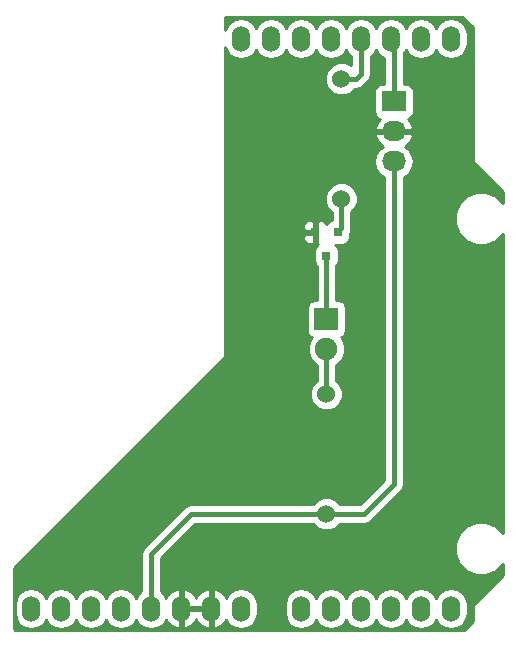
<source format=gtl>
G04 #@! TF.FileFunction,Copper,L1,Top,Signal*
%FSLAX46Y46*%
G04 Gerber Fmt 4.6, Leading zero omitted, Abs format (unit mm)*
G04 Created by KiCad (PCBNEW 4.0.2-stable) date 2016/6/2 上午 01:45:21*
%MOMM*%
G01*
G04 APERTURE LIST*
%ADD10C,0.100000*%
%ADD11O,1.524000X2.199640*%
%ADD12O,1.524000X2.197100*%
%ADD13R,2.000000X1.900000*%
%ADD14C,1.900000*%
%ADD15R,0.800100X0.800100*%
%ADD16C,1.524000*%
%ADD17R,2.032000X1.727200*%
%ADD18O,2.032000X1.727200*%
%ADD19C,0.400000*%
%ADD20C,0.254000*%
G04 APERTURE END LIST*
D10*
D11*
X194700501Y-143265501D03*
X197240501Y-143265501D03*
X199780501Y-143265501D03*
X202320501Y-143265501D03*
X204860501Y-143265501D03*
X207400501Y-143265501D03*
X209940501Y-143265501D03*
X212480501Y-143265501D03*
X217560501Y-143265501D03*
X220100501Y-143265501D03*
X222640501Y-143265501D03*
X225180501Y-143265501D03*
X227720501Y-143265501D03*
X230260501Y-143265501D03*
D12*
X230260501Y-95005501D03*
X227720501Y-95005501D03*
X225180501Y-95005501D03*
X222640501Y-95005501D03*
X220100501Y-95005501D03*
X217560501Y-95005501D03*
X215020501Y-95005501D03*
X212480501Y-95005501D03*
D13*
X219710000Y-118745000D03*
D14*
X219710000Y-121285000D03*
D15*
X220660000Y-111394240D03*
X218760000Y-111394240D03*
X219710000Y-113393220D03*
D16*
X220980000Y-108585000D03*
X220980000Y-98425000D03*
X219710000Y-135255000D03*
X219710000Y-125095000D03*
D17*
X225425000Y-100330000D03*
D18*
X225425000Y-102870000D03*
X225425000Y-105410000D03*
D19*
X219710000Y-118745000D02*
X219710000Y-113393220D01*
X219710000Y-125095000D02*
X219710000Y-121285000D01*
X219710000Y-135255000D02*
X222885000Y-135255000D01*
X225425000Y-132715000D02*
X225425000Y-105410000D01*
X222885000Y-135255000D02*
X225425000Y-132715000D01*
X204860501Y-143265501D02*
X204860501Y-138674499D01*
X208280000Y-135255000D02*
X219710000Y-135255000D01*
X204860501Y-138674499D02*
X208280000Y-135255000D01*
X207400501Y-143265501D02*
X209940501Y-143265501D01*
X218760000Y-111394240D02*
X218760000Y-104455000D01*
X220345000Y-102870000D02*
X225425000Y-102870000D01*
X218760000Y-104455000D02*
X220345000Y-102870000D01*
X225425000Y-100330000D02*
X225425000Y-95250000D01*
X225425000Y-95250000D02*
X225180501Y-95005501D01*
X220980000Y-98425000D02*
X222250000Y-98425000D01*
X222640501Y-98034499D02*
X222640501Y-95005501D01*
X222250000Y-98425000D02*
X222640501Y-98034499D01*
X220980000Y-108585000D02*
X220980000Y-111074240D01*
X220980000Y-111074240D02*
X220660000Y-111394240D01*
D20*
G36*
X232081000Y-94020092D02*
X232081000Y-105156000D01*
X232135046Y-105427705D01*
X232288954Y-105658046D01*
X234621000Y-107990092D01*
X234621000Y-108907166D01*
X234067573Y-108352772D01*
X233246807Y-108011960D01*
X232358094Y-108011184D01*
X231536735Y-108350563D01*
X230907772Y-108978429D01*
X230566960Y-109799195D01*
X230566184Y-110687908D01*
X230905563Y-111509267D01*
X231533429Y-112138230D01*
X232354195Y-112479042D01*
X233242908Y-112479818D01*
X234064267Y-112140439D01*
X234621000Y-111584677D01*
X234621000Y-136847166D01*
X234067573Y-136292772D01*
X233246807Y-135951960D01*
X232358094Y-135951184D01*
X231536735Y-136290563D01*
X230907772Y-136918429D01*
X230566960Y-137739195D01*
X230566184Y-138627908D01*
X230905563Y-139449267D01*
X231533429Y-140078230D01*
X232354195Y-140419042D01*
X233242908Y-140419818D01*
X234064267Y-140080439D01*
X234621000Y-139524677D01*
X234621000Y-140421909D01*
X232288954Y-142753954D01*
X232135046Y-142984295D01*
X232081000Y-143256000D01*
X232081000Y-144358908D01*
X231353908Y-145086000D01*
X193334091Y-145086000D01*
X193242000Y-144993908D01*
X193242000Y-142893694D01*
X193303501Y-142893694D01*
X193303501Y-143637308D01*
X193409841Y-144171917D01*
X193712673Y-144625136D01*
X194165892Y-144927968D01*
X194700501Y-145034308D01*
X195235110Y-144927968D01*
X195688329Y-144625136D01*
X195970501Y-144202837D01*
X196252673Y-144625136D01*
X196705892Y-144927968D01*
X197240501Y-145034308D01*
X197775110Y-144927968D01*
X198228329Y-144625136D01*
X198510501Y-144202837D01*
X198792673Y-144625136D01*
X199245892Y-144927968D01*
X199780501Y-145034308D01*
X200315110Y-144927968D01*
X200768329Y-144625136D01*
X201050501Y-144202837D01*
X201332673Y-144625136D01*
X201785892Y-144927968D01*
X202320501Y-145034308D01*
X202855110Y-144927968D01*
X203308329Y-144625136D01*
X203590501Y-144202837D01*
X203872673Y-144625136D01*
X204325892Y-144927968D01*
X204860501Y-145034308D01*
X205395110Y-144927968D01*
X205848329Y-144625136D01*
X206139148Y-144189895D01*
X206158442Y-144255262D01*
X206502475Y-144680951D01*
X206983224Y-144942581D01*
X207057431Y-144957541D01*
X207273501Y-144835041D01*
X207273501Y-143392501D01*
X207527501Y-143392501D01*
X207527501Y-144835041D01*
X207743571Y-144957541D01*
X207817778Y-144942581D01*
X208298527Y-144680951D01*
X208642560Y-144255262D01*
X208670501Y-144160598D01*
X208698442Y-144255262D01*
X209042475Y-144680951D01*
X209523224Y-144942581D01*
X209597431Y-144957541D01*
X209813501Y-144835041D01*
X209813501Y-143392501D01*
X207527501Y-143392501D01*
X207273501Y-143392501D01*
X207253501Y-143392501D01*
X207253501Y-143138501D01*
X207273501Y-143138501D01*
X207273501Y-141695961D01*
X207527501Y-141695961D01*
X207527501Y-143138501D01*
X209813501Y-143138501D01*
X209813501Y-141695961D01*
X210067501Y-141695961D01*
X210067501Y-143138501D01*
X210087501Y-143138501D01*
X210087501Y-143392501D01*
X210067501Y-143392501D01*
X210067501Y-144835041D01*
X210283571Y-144957541D01*
X210357778Y-144942581D01*
X210838527Y-144680951D01*
X211182560Y-144255262D01*
X211201854Y-144189895D01*
X211492673Y-144625136D01*
X211945892Y-144927968D01*
X212480501Y-145034308D01*
X213015110Y-144927968D01*
X213468329Y-144625136D01*
X213771161Y-144171917D01*
X213877501Y-143637308D01*
X213877501Y-142893694D01*
X216163501Y-142893694D01*
X216163501Y-143637308D01*
X216269841Y-144171917D01*
X216572673Y-144625136D01*
X217025892Y-144927968D01*
X217560501Y-145034308D01*
X218095110Y-144927968D01*
X218548329Y-144625136D01*
X218830501Y-144202837D01*
X219112673Y-144625136D01*
X219565892Y-144927968D01*
X220100501Y-145034308D01*
X220635110Y-144927968D01*
X221088329Y-144625136D01*
X221370501Y-144202837D01*
X221652673Y-144625136D01*
X222105892Y-144927968D01*
X222640501Y-145034308D01*
X223175110Y-144927968D01*
X223628329Y-144625136D01*
X223910501Y-144202837D01*
X224192673Y-144625136D01*
X224645892Y-144927968D01*
X225180501Y-145034308D01*
X225715110Y-144927968D01*
X226168329Y-144625136D01*
X226450501Y-144202837D01*
X226732673Y-144625136D01*
X227185892Y-144927968D01*
X227720501Y-145034308D01*
X228255110Y-144927968D01*
X228708329Y-144625136D01*
X228990501Y-144202837D01*
X229272673Y-144625136D01*
X229725892Y-144927968D01*
X230260501Y-145034308D01*
X230795110Y-144927968D01*
X231248329Y-144625136D01*
X231551161Y-144171917D01*
X231657501Y-143637308D01*
X231657501Y-142893694D01*
X231551161Y-142359085D01*
X231248329Y-141905866D01*
X230795110Y-141603034D01*
X230260501Y-141496694D01*
X229725892Y-141603034D01*
X229272673Y-141905866D01*
X228990501Y-142328165D01*
X228708329Y-141905866D01*
X228255110Y-141603034D01*
X227720501Y-141496694D01*
X227185892Y-141603034D01*
X226732673Y-141905866D01*
X226450501Y-142328165D01*
X226168329Y-141905866D01*
X225715110Y-141603034D01*
X225180501Y-141496694D01*
X224645892Y-141603034D01*
X224192673Y-141905866D01*
X223910501Y-142328165D01*
X223628329Y-141905866D01*
X223175110Y-141603034D01*
X222640501Y-141496694D01*
X222105892Y-141603034D01*
X221652673Y-141905866D01*
X221370501Y-142328165D01*
X221088329Y-141905866D01*
X220635110Y-141603034D01*
X220100501Y-141496694D01*
X219565892Y-141603034D01*
X219112673Y-141905866D01*
X218830501Y-142328165D01*
X218548329Y-141905866D01*
X218095110Y-141603034D01*
X217560501Y-141496694D01*
X217025892Y-141603034D01*
X216572673Y-141905866D01*
X216269841Y-142359085D01*
X216163501Y-142893694D01*
X213877501Y-142893694D01*
X213771161Y-142359085D01*
X213468329Y-141905866D01*
X213015110Y-141603034D01*
X212480501Y-141496694D01*
X211945892Y-141603034D01*
X211492673Y-141905866D01*
X211201854Y-142341107D01*
X211182560Y-142275740D01*
X210838527Y-141850051D01*
X210357778Y-141588421D01*
X210283571Y-141573461D01*
X210067501Y-141695961D01*
X209813501Y-141695961D01*
X209597431Y-141573461D01*
X209523224Y-141588421D01*
X209042475Y-141850051D01*
X208698442Y-142275740D01*
X208670501Y-142370404D01*
X208642560Y-142275740D01*
X208298527Y-141850051D01*
X207817778Y-141588421D01*
X207743571Y-141573461D01*
X207527501Y-141695961D01*
X207273501Y-141695961D01*
X207057431Y-141573461D01*
X206983224Y-141588421D01*
X206502475Y-141850051D01*
X206158442Y-142275740D01*
X206139148Y-142341107D01*
X205848329Y-141905866D01*
X205695501Y-141803749D01*
X205695501Y-139020367D01*
X208625868Y-136090000D01*
X218569609Y-136090000D01*
X218917630Y-136438629D01*
X219430900Y-136651757D01*
X219986661Y-136652242D01*
X220500303Y-136440010D01*
X220850925Y-136090000D01*
X222885000Y-136090000D01*
X223204541Y-136026439D01*
X223475434Y-135845434D01*
X226015434Y-133305434D01*
X226196439Y-133034541D01*
X226260000Y-132715000D01*
X226260000Y-106743233D01*
X226669415Y-106469670D01*
X226994271Y-105983489D01*
X227108345Y-105410000D01*
X226994271Y-104836511D01*
X226669415Y-104350330D01*
X226359931Y-104143539D01*
X226775732Y-103772036D01*
X227029709Y-103244791D01*
X227032358Y-103229026D01*
X226911217Y-102997000D01*
X225552000Y-102997000D01*
X225552000Y-103017000D01*
X225298000Y-103017000D01*
X225298000Y-102997000D01*
X223938783Y-102997000D01*
X223817642Y-103229026D01*
X223820291Y-103244791D01*
X224074268Y-103772036D01*
X224490069Y-104143539D01*
X224180585Y-104350330D01*
X223855729Y-104836511D01*
X223741655Y-105410000D01*
X223855729Y-105983489D01*
X224180585Y-106469670D01*
X224590000Y-106743233D01*
X224590000Y-132369132D01*
X222539132Y-134420000D01*
X220850391Y-134420000D01*
X220502370Y-134071371D01*
X219989100Y-133858243D01*
X219433339Y-133857758D01*
X218919697Y-134069990D01*
X218569075Y-134420000D01*
X208280000Y-134420000D01*
X207960459Y-134483561D01*
X207689566Y-134664566D01*
X204270067Y-138084065D01*
X204089062Y-138354958D01*
X204025501Y-138674499D01*
X204025501Y-141803749D01*
X203872673Y-141905866D01*
X203590501Y-142328165D01*
X203308329Y-141905866D01*
X202855110Y-141603034D01*
X202320501Y-141496694D01*
X201785892Y-141603034D01*
X201332673Y-141905866D01*
X201050501Y-142328165D01*
X200768329Y-141905866D01*
X200315110Y-141603034D01*
X199780501Y-141496694D01*
X199245892Y-141603034D01*
X198792673Y-141905866D01*
X198510501Y-142328165D01*
X198228329Y-141905866D01*
X197775110Y-141603034D01*
X197240501Y-141496694D01*
X196705892Y-141603034D01*
X196252673Y-141905866D01*
X195970501Y-142328165D01*
X195688329Y-141905866D01*
X195235110Y-141603034D01*
X194700501Y-141496694D01*
X194165892Y-141603034D01*
X193712673Y-141905866D01*
X193409841Y-142359085D01*
X193303501Y-142893694D01*
X193242000Y-142893694D01*
X193242000Y-139867092D01*
X210941046Y-122168046D01*
X211094954Y-121937705D01*
X211149001Y-121666000D01*
X211149000Y-121665995D01*
X211149000Y-117795000D01*
X218062560Y-117795000D01*
X218062560Y-119695000D01*
X218106838Y-119930317D01*
X218245910Y-120146441D01*
X218458110Y-120291431D01*
X218461192Y-120292055D01*
X218367086Y-120385997D01*
X218125276Y-120968341D01*
X218124725Y-121598893D01*
X218365519Y-122181657D01*
X218810997Y-122627914D01*
X218875000Y-122654490D01*
X218875000Y-123954609D01*
X218526371Y-124302630D01*
X218313243Y-124815900D01*
X218312758Y-125371661D01*
X218524990Y-125885303D01*
X218917630Y-126278629D01*
X219430900Y-126491757D01*
X219986661Y-126492242D01*
X220500303Y-126280010D01*
X220893629Y-125887370D01*
X221106757Y-125374100D01*
X221107242Y-124818339D01*
X220895010Y-124304697D01*
X220545000Y-123954075D01*
X220545000Y-122654957D01*
X220606657Y-122629481D01*
X221052914Y-122184003D01*
X221294724Y-121601659D01*
X221295275Y-120971107D01*
X221054481Y-120388343D01*
X220956971Y-120290663D01*
X221161441Y-120159090D01*
X221306431Y-119946890D01*
X221357440Y-119695000D01*
X221357440Y-117795000D01*
X221313162Y-117559683D01*
X221174090Y-117343559D01*
X220961890Y-117198569D01*
X220710000Y-117147560D01*
X220545000Y-117147560D01*
X220545000Y-114267972D01*
X220561491Y-114257360D01*
X220706481Y-114045160D01*
X220757490Y-113793270D01*
X220757490Y-112993170D01*
X220713212Y-112757853D01*
X220574140Y-112541729D01*
X220427787Y-112441730D01*
X221060050Y-112441730D01*
X221295367Y-112397452D01*
X221511491Y-112258380D01*
X221656481Y-112046180D01*
X221707490Y-111794290D01*
X221707490Y-111459555D01*
X221751439Y-111393781D01*
X221815000Y-111074240D01*
X221815000Y-109725391D01*
X222163629Y-109377370D01*
X222376757Y-108864100D01*
X222377242Y-108308339D01*
X222165010Y-107794697D01*
X221772370Y-107401371D01*
X221259100Y-107188243D01*
X220703339Y-107187758D01*
X220189697Y-107399990D01*
X219796371Y-107792630D01*
X219583243Y-108305900D01*
X219582758Y-108861661D01*
X219794990Y-109375303D01*
X220145000Y-109725925D01*
X220145000Y-110368379D01*
X220024633Y-110391028D01*
X219808509Y-110530100D01*
X219713023Y-110669849D01*
X219698377Y-110634491D01*
X219519748Y-110455863D01*
X219286359Y-110359190D01*
X219045750Y-110359190D01*
X218887000Y-110517940D01*
X218887000Y-111267240D01*
X218907000Y-111267240D01*
X218907000Y-111521240D01*
X218887000Y-111521240D01*
X218887000Y-112270540D01*
X219033157Y-112416697D01*
X218858509Y-112529080D01*
X218713519Y-112741280D01*
X218662510Y-112993170D01*
X218662510Y-113793270D01*
X218706788Y-114028587D01*
X218845860Y-114244711D01*
X218875000Y-114264622D01*
X218875000Y-117147560D01*
X218710000Y-117147560D01*
X218474683Y-117191838D01*
X218258559Y-117330910D01*
X218113569Y-117543110D01*
X218062560Y-117795000D01*
X211149000Y-117795000D01*
X211149000Y-111679990D01*
X217724950Y-111679990D01*
X217724950Y-111920600D01*
X217821623Y-112153989D01*
X218000252Y-112332617D01*
X218233641Y-112429290D01*
X218474250Y-112429290D01*
X218633000Y-112270540D01*
X218633000Y-111521240D01*
X217883700Y-111521240D01*
X217724950Y-111679990D01*
X211149000Y-111679990D01*
X211149000Y-110867880D01*
X217724950Y-110867880D01*
X217724950Y-111108490D01*
X217883700Y-111267240D01*
X218633000Y-111267240D01*
X218633000Y-110517940D01*
X218474250Y-110359190D01*
X218233641Y-110359190D01*
X218000252Y-110455863D01*
X217821623Y-110634491D01*
X217724950Y-110867880D01*
X211149000Y-110867880D01*
X211149000Y-95705300D01*
X211189841Y-95910622D01*
X211492673Y-96363841D01*
X211945892Y-96666673D01*
X212480501Y-96773013D01*
X213015110Y-96666673D01*
X213468329Y-96363841D01*
X213750501Y-95941542D01*
X214032673Y-96363841D01*
X214485892Y-96666673D01*
X215020501Y-96773013D01*
X215555110Y-96666673D01*
X216008329Y-96363841D01*
X216290501Y-95941542D01*
X216572673Y-96363841D01*
X217025892Y-96666673D01*
X217560501Y-96773013D01*
X218095110Y-96666673D01*
X218548329Y-96363841D01*
X218830501Y-95941542D01*
X219112673Y-96363841D01*
X219565892Y-96666673D01*
X220100501Y-96773013D01*
X220635110Y-96666673D01*
X221088329Y-96363841D01*
X221370501Y-95941542D01*
X221652673Y-96363841D01*
X221805501Y-96465958D01*
X221805501Y-97274560D01*
X221772370Y-97241371D01*
X221259100Y-97028243D01*
X220703339Y-97027758D01*
X220189697Y-97239990D01*
X219796371Y-97632630D01*
X219583243Y-98145900D01*
X219582758Y-98701661D01*
X219794990Y-99215303D01*
X220187630Y-99608629D01*
X220700900Y-99821757D01*
X221256661Y-99822242D01*
X221770303Y-99610010D01*
X222120925Y-99260000D01*
X222250000Y-99260000D01*
X222569541Y-99196439D01*
X222840434Y-99015434D01*
X223230935Y-98624933D01*
X223364526Y-98425000D01*
X223411940Y-98354040D01*
X223475501Y-98034499D01*
X223475501Y-96465958D01*
X223628329Y-96363841D01*
X223910501Y-95941542D01*
X224192673Y-96363841D01*
X224590000Y-96629327D01*
X224590000Y-98818960D01*
X224409000Y-98818960D01*
X224173683Y-98863238D01*
X223957559Y-99002310D01*
X223812569Y-99214510D01*
X223761560Y-99466400D01*
X223761560Y-101193600D01*
X223805838Y-101428917D01*
X223944910Y-101645041D01*
X224157110Y-101790031D01*
X224251927Y-101809232D01*
X224074268Y-101967964D01*
X223820291Y-102495209D01*
X223817642Y-102510974D01*
X223938783Y-102743000D01*
X225298000Y-102743000D01*
X225298000Y-102723000D01*
X225552000Y-102723000D01*
X225552000Y-102743000D01*
X226911217Y-102743000D01*
X227032358Y-102510974D01*
X227029709Y-102495209D01*
X226775732Y-101967964D01*
X226600155Y-101811093D01*
X226676317Y-101796762D01*
X226892441Y-101657690D01*
X227037431Y-101445490D01*
X227088440Y-101193600D01*
X227088440Y-99466400D01*
X227044162Y-99231083D01*
X226905090Y-99014959D01*
X226692890Y-98869969D01*
X226441000Y-98818960D01*
X226260000Y-98818960D01*
X226260000Y-96226646D01*
X226450501Y-95941542D01*
X226732673Y-96363841D01*
X227185892Y-96666673D01*
X227720501Y-96773013D01*
X228255110Y-96666673D01*
X228708329Y-96363841D01*
X228990501Y-95941542D01*
X229272673Y-96363841D01*
X229725892Y-96666673D01*
X230260501Y-96773013D01*
X230795110Y-96666673D01*
X231248329Y-96363841D01*
X231551161Y-95910622D01*
X231657501Y-95376013D01*
X231657501Y-94634989D01*
X231551161Y-94100380D01*
X231248329Y-93647161D01*
X230795110Y-93344329D01*
X230260501Y-93237989D01*
X229725892Y-93344329D01*
X229272673Y-93647161D01*
X228990501Y-94069460D01*
X228708329Y-93647161D01*
X228255110Y-93344329D01*
X227720501Y-93237989D01*
X227185892Y-93344329D01*
X226732673Y-93647161D01*
X226450501Y-94069460D01*
X226168329Y-93647161D01*
X225715110Y-93344329D01*
X225180501Y-93237989D01*
X224645892Y-93344329D01*
X224192673Y-93647161D01*
X223910501Y-94069460D01*
X223628329Y-93647161D01*
X223175110Y-93344329D01*
X222640501Y-93237989D01*
X222105892Y-93344329D01*
X221652673Y-93647161D01*
X221370501Y-94069460D01*
X221088329Y-93647161D01*
X220635110Y-93344329D01*
X220100501Y-93237989D01*
X219565892Y-93344329D01*
X219112673Y-93647161D01*
X218830501Y-94069460D01*
X218548329Y-93647161D01*
X218095110Y-93344329D01*
X217560501Y-93237989D01*
X217025892Y-93344329D01*
X216572673Y-93647161D01*
X216290501Y-94069460D01*
X216008329Y-93647161D01*
X215555110Y-93344329D01*
X215020501Y-93237989D01*
X214485892Y-93344329D01*
X214032673Y-93647161D01*
X213750501Y-94069460D01*
X213468329Y-93647161D01*
X213015110Y-93344329D01*
X212480501Y-93237989D01*
X211945892Y-93344329D01*
X211492673Y-93647161D01*
X211189841Y-94100380D01*
X211149000Y-94305702D01*
X211149000Y-93166000D01*
X231226908Y-93166000D01*
X232081000Y-94020092D01*
X232081000Y-94020092D01*
G37*
X232081000Y-94020092D02*
X232081000Y-105156000D01*
X232135046Y-105427705D01*
X232288954Y-105658046D01*
X234621000Y-107990092D01*
X234621000Y-108907166D01*
X234067573Y-108352772D01*
X233246807Y-108011960D01*
X232358094Y-108011184D01*
X231536735Y-108350563D01*
X230907772Y-108978429D01*
X230566960Y-109799195D01*
X230566184Y-110687908D01*
X230905563Y-111509267D01*
X231533429Y-112138230D01*
X232354195Y-112479042D01*
X233242908Y-112479818D01*
X234064267Y-112140439D01*
X234621000Y-111584677D01*
X234621000Y-136847166D01*
X234067573Y-136292772D01*
X233246807Y-135951960D01*
X232358094Y-135951184D01*
X231536735Y-136290563D01*
X230907772Y-136918429D01*
X230566960Y-137739195D01*
X230566184Y-138627908D01*
X230905563Y-139449267D01*
X231533429Y-140078230D01*
X232354195Y-140419042D01*
X233242908Y-140419818D01*
X234064267Y-140080439D01*
X234621000Y-139524677D01*
X234621000Y-140421909D01*
X232288954Y-142753954D01*
X232135046Y-142984295D01*
X232081000Y-143256000D01*
X232081000Y-144358908D01*
X231353908Y-145086000D01*
X193334091Y-145086000D01*
X193242000Y-144993908D01*
X193242000Y-142893694D01*
X193303501Y-142893694D01*
X193303501Y-143637308D01*
X193409841Y-144171917D01*
X193712673Y-144625136D01*
X194165892Y-144927968D01*
X194700501Y-145034308D01*
X195235110Y-144927968D01*
X195688329Y-144625136D01*
X195970501Y-144202837D01*
X196252673Y-144625136D01*
X196705892Y-144927968D01*
X197240501Y-145034308D01*
X197775110Y-144927968D01*
X198228329Y-144625136D01*
X198510501Y-144202837D01*
X198792673Y-144625136D01*
X199245892Y-144927968D01*
X199780501Y-145034308D01*
X200315110Y-144927968D01*
X200768329Y-144625136D01*
X201050501Y-144202837D01*
X201332673Y-144625136D01*
X201785892Y-144927968D01*
X202320501Y-145034308D01*
X202855110Y-144927968D01*
X203308329Y-144625136D01*
X203590501Y-144202837D01*
X203872673Y-144625136D01*
X204325892Y-144927968D01*
X204860501Y-145034308D01*
X205395110Y-144927968D01*
X205848329Y-144625136D01*
X206139148Y-144189895D01*
X206158442Y-144255262D01*
X206502475Y-144680951D01*
X206983224Y-144942581D01*
X207057431Y-144957541D01*
X207273501Y-144835041D01*
X207273501Y-143392501D01*
X207527501Y-143392501D01*
X207527501Y-144835041D01*
X207743571Y-144957541D01*
X207817778Y-144942581D01*
X208298527Y-144680951D01*
X208642560Y-144255262D01*
X208670501Y-144160598D01*
X208698442Y-144255262D01*
X209042475Y-144680951D01*
X209523224Y-144942581D01*
X209597431Y-144957541D01*
X209813501Y-144835041D01*
X209813501Y-143392501D01*
X207527501Y-143392501D01*
X207273501Y-143392501D01*
X207253501Y-143392501D01*
X207253501Y-143138501D01*
X207273501Y-143138501D01*
X207273501Y-141695961D01*
X207527501Y-141695961D01*
X207527501Y-143138501D01*
X209813501Y-143138501D01*
X209813501Y-141695961D01*
X210067501Y-141695961D01*
X210067501Y-143138501D01*
X210087501Y-143138501D01*
X210087501Y-143392501D01*
X210067501Y-143392501D01*
X210067501Y-144835041D01*
X210283571Y-144957541D01*
X210357778Y-144942581D01*
X210838527Y-144680951D01*
X211182560Y-144255262D01*
X211201854Y-144189895D01*
X211492673Y-144625136D01*
X211945892Y-144927968D01*
X212480501Y-145034308D01*
X213015110Y-144927968D01*
X213468329Y-144625136D01*
X213771161Y-144171917D01*
X213877501Y-143637308D01*
X213877501Y-142893694D01*
X216163501Y-142893694D01*
X216163501Y-143637308D01*
X216269841Y-144171917D01*
X216572673Y-144625136D01*
X217025892Y-144927968D01*
X217560501Y-145034308D01*
X218095110Y-144927968D01*
X218548329Y-144625136D01*
X218830501Y-144202837D01*
X219112673Y-144625136D01*
X219565892Y-144927968D01*
X220100501Y-145034308D01*
X220635110Y-144927968D01*
X221088329Y-144625136D01*
X221370501Y-144202837D01*
X221652673Y-144625136D01*
X222105892Y-144927968D01*
X222640501Y-145034308D01*
X223175110Y-144927968D01*
X223628329Y-144625136D01*
X223910501Y-144202837D01*
X224192673Y-144625136D01*
X224645892Y-144927968D01*
X225180501Y-145034308D01*
X225715110Y-144927968D01*
X226168329Y-144625136D01*
X226450501Y-144202837D01*
X226732673Y-144625136D01*
X227185892Y-144927968D01*
X227720501Y-145034308D01*
X228255110Y-144927968D01*
X228708329Y-144625136D01*
X228990501Y-144202837D01*
X229272673Y-144625136D01*
X229725892Y-144927968D01*
X230260501Y-145034308D01*
X230795110Y-144927968D01*
X231248329Y-144625136D01*
X231551161Y-144171917D01*
X231657501Y-143637308D01*
X231657501Y-142893694D01*
X231551161Y-142359085D01*
X231248329Y-141905866D01*
X230795110Y-141603034D01*
X230260501Y-141496694D01*
X229725892Y-141603034D01*
X229272673Y-141905866D01*
X228990501Y-142328165D01*
X228708329Y-141905866D01*
X228255110Y-141603034D01*
X227720501Y-141496694D01*
X227185892Y-141603034D01*
X226732673Y-141905866D01*
X226450501Y-142328165D01*
X226168329Y-141905866D01*
X225715110Y-141603034D01*
X225180501Y-141496694D01*
X224645892Y-141603034D01*
X224192673Y-141905866D01*
X223910501Y-142328165D01*
X223628329Y-141905866D01*
X223175110Y-141603034D01*
X222640501Y-141496694D01*
X222105892Y-141603034D01*
X221652673Y-141905866D01*
X221370501Y-142328165D01*
X221088329Y-141905866D01*
X220635110Y-141603034D01*
X220100501Y-141496694D01*
X219565892Y-141603034D01*
X219112673Y-141905866D01*
X218830501Y-142328165D01*
X218548329Y-141905866D01*
X218095110Y-141603034D01*
X217560501Y-141496694D01*
X217025892Y-141603034D01*
X216572673Y-141905866D01*
X216269841Y-142359085D01*
X216163501Y-142893694D01*
X213877501Y-142893694D01*
X213771161Y-142359085D01*
X213468329Y-141905866D01*
X213015110Y-141603034D01*
X212480501Y-141496694D01*
X211945892Y-141603034D01*
X211492673Y-141905866D01*
X211201854Y-142341107D01*
X211182560Y-142275740D01*
X210838527Y-141850051D01*
X210357778Y-141588421D01*
X210283571Y-141573461D01*
X210067501Y-141695961D01*
X209813501Y-141695961D01*
X209597431Y-141573461D01*
X209523224Y-141588421D01*
X209042475Y-141850051D01*
X208698442Y-142275740D01*
X208670501Y-142370404D01*
X208642560Y-142275740D01*
X208298527Y-141850051D01*
X207817778Y-141588421D01*
X207743571Y-141573461D01*
X207527501Y-141695961D01*
X207273501Y-141695961D01*
X207057431Y-141573461D01*
X206983224Y-141588421D01*
X206502475Y-141850051D01*
X206158442Y-142275740D01*
X206139148Y-142341107D01*
X205848329Y-141905866D01*
X205695501Y-141803749D01*
X205695501Y-139020367D01*
X208625868Y-136090000D01*
X218569609Y-136090000D01*
X218917630Y-136438629D01*
X219430900Y-136651757D01*
X219986661Y-136652242D01*
X220500303Y-136440010D01*
X220850925Y-136090000D01*
X222885000Y-136090000D01*
X223204541Y-136026439D01*
X223475434Y-135845434D01*
X226015434Y-133305434D01*
X226196439Y-133034541D01*
X226260000Y-132715000D01*
X226260000Y-106743233D01*
X226669415Y-106469670D01*
X226994271Y-105983489D01*
X227108345Y-105410000D01*
X226994271Y-104836511D01*
X226669415Y-104350330D01*
X226359931Y-104143539D01*
X226775732Y-103772036D01*
X227029709Y-103244791D01*
X227032358Y-103229026D01*
X226911217Y-102997000D01*
X225552000Y-102997000D01*
X225552000Y-103017000D01*
X225298000Y-103017000D01*
X225298000Y-102997000D01*
X223938783Y-102997000D01*
X223817642Y-103229026D01*
X223820291Y-103244791D01*
X224074268Y-103772036D01*
X224490069Y-104143539D01*
X224180585Y-104350330D01*
X223855729Y-104836511D01*
X223741655Y-105410000D01*
X223855729Y-105983489D01*
X224180585Y-106469670D01*
X224590000Y-106743233D01*
X224590000Y-132369132D01*
X222539132Y-134420000D01*
X220850391Y-134420000D01*
X220502370Y-134071371D01*
X219989100Y-133858243D01*
X219433339Y-133857758D01*
X218919697Y-134069990D01*
X218569075Y-134420000D01*
X208280000Y-134420000D01*
X207960459Y-134483561D01*
X207689566Y-134664566D01*
X204270067Y-138084065D01*
X204089062Y-138354958D01*
X204025501Y-138674499D01*
X204025501Y-141803749D01*
X203872673Y-141905866D01*
X203590501Y-142328165D01*
X203308329Y-141905866D01*
X202855110Y-141603034D01*
X202320501Y-141496694D01*
X201785892Y-141603034D01*
X201332673Y-141905866D01*
X201050501Y-142328165D01*
X200768329Y-141905866D01*
X200315110Y-141603034D01*
X199780501Y-141496694D01*
X199245892Y-141603034D01*
X198792673Y-141905866D01*
X198510501Y-142328165D01*
X198228329Y-141905866D01*
X197775110Y-141603034D01*
X197240501Y-141496694D01*
X196705892Y-141603034D01*
X196252673Y-141905866D01*
X195970501Y-142328165D01*
X195688329Y-141905866D01*
X195235110Y-141603034D01*
X194700501Y-141496694D01*
X194165892Y-141603034D01*
X193712673Y-141905866D01*
X193409841Y-142359085D01*
X193303501Y-142893694D01*
X193242000Y-142893694D01*
X193242000Y-139867092D01*
X210941046Y-122168046D01*
X211094954Y-121937705D01*
X211149001Y-121666000D01*
X211149000Y-121665995D01*
X211149000Y-117795000D01*
X218062560Y-117795000D01*
X218062560Y-119695000D01*
X218106838Y-119930317D01*
X218245910Y-120146441D01*
X218458110Y-120291431D01*
X218461192Y-120292055D01*
X218367086Y-120385997D01*
X218125276Y-120968341D01*
X218124725Y-121598893D01*
X218365519Y-122181657D01*
X218810997Y-122627914D01*
X218875000Y-122654490D01*
X218875000Y-123954609D01*
X218526371Y-124302630D01*
X218313243Y-124815900D01*
X218312758Y-125371661D01*
X218524990Y-125885303D01*
X218917630Y-126278629D01*
X219430900Y-126491757D01*
X219986661Y-126492242D01*
X220500303Y-126280010D01*
X220893629Y-125887370D01*
X221106757Y-125374100D01*
X221107242Y-124818339D01*
X220895010Y-124304697D01*
X220545000Y-123954075D01*
X220545000Y-122654957D01*
X220606657Y-122629481D01*
X221052914Y-122184003D01*
X221294724Y-121601659D01*
X221295275Y-120971107D01*
X221054481Y-120388343D01*
X220956971Y-120290663D01*
X221161441Y-120159090D01*
X221306431Y-119946890D01*
X221357440Y-119695000D01*
X221357440Y-117795000D01*
X221313162Y-117559683D01*
X221174090Y-117343559D01*
X220961890Y-117198569D01*
X220710000Y-117147560D01*
X220545000Y-117147560D01*
X220545000Y-114267972D01*
X220561491Y-114257360D01*
X220706481Y-114045160D01*
X220757490Y-113793270D01*
X220757490Y-112993170D01*
X220713212Y-112757853D01*
X220574140Y-112541729D01*
X220427787Y-112441730D01*
X221060050Y-112441730D01*
X221295367Y-112397452D01*
X221511491Y-112258380D01*
X221656481Y-112046180D01*
X221707490Y-111794290D01*
X221707490Y-111459555D01*
X221751439Y-111393781D01*
X221815000Y-111074240D01*
X221815000Y-109725391D01*
X222163629Y-109377370D01*
X222376757Y-108864100D01*
X222377242Y-108308339D01*
X222165010Y-107794697D01*
X221772370Y-107401371D01*
X221259100Y-107188243D01*
X220703339Y-107187758D01*
X220189697Y-107399990D01*
X219796371Y-107792630D01*
X219583243Y-108305900D01*
X219582758Y-108861661D01*
X219794990Y-109375303D01*
X220145000Y-109725925D01*
X220145000Y-110368379D01*
X220024633Y-110391028D01*
X219808509Y-110530100D01*
X219713023Y-110669849D01*
X219698377Y-110634491D01*
X219519748Y-110455863D01*
X219286359Y-110359190D01*
X219045750Y-110359190D01*
X218887000Y-110517940D01*
X218887000Y-111267240D01*
X218907000Y-111267240D01*
X218907000Y-111521240D01*
X218887000Y-111521240D01*
X218887000Y-112270540D01*
X219033157Y-112416697D01*
X218858509Y-112529080D01*
X218713519Y-112741280D01*
X218662510Y-112993170D01*
X218662510Y-113793270D01*
X218706788Y-114028587D01*
X218845860Y-114244711D01*
X218875000Y-114264622D01*
X218875000Y-117147560D01*
X218710000Y-117147560D01*
X218474683Y-117191838D01*
X218258559Y-117330910D01*
X218113569Y-117543110D01*
X218062560Y-117795000D01*
X211149000Y-117795000D01*
X211149000Y-111679990D01*
X217724950Y-111679990D01*
X217724950Y-111920600D01*
X217821623Y-112153989D01*
X218000252Y-112332617D01*
X218233641Y-112429290D01*
X218474250Y-112429290D01*
X218633000Y-112270540D01*
X218633000Y-111521240D01*
X217883700Y-111521240D01*
X217724950Y-111679990D01*
X211149000Y-111679990D01*
X211149000Y-110867880D01*
X217724950Y-110867880D01*
X217724950Y-111108490D01*
X217883700Y-111267240D01*
X218633000Y-111267240D01*
X218633000Y-110517940D01*
X218474250Y-110359190D01*
X218233641Y-110359190D01*
X218000252Y-110455863D01*
X217821623Y-110634491D01*
X217724950Y-110867880D01*
X211149000Y-110867880D01*
X211149000Y-95705300D01*
X211189841Y-95910622D01*
X211492673Y-96363841D01*
X211945892Y-96666673D01*
X212480501Y-96773013D01*
X213015110Y-96666673D01*
X213468329Y-96363841D01*
X213750501Y-95941542D01*
X214032673Y-96363841D01*
X214485892Y-96666673D01*
X215020501Y-96773013D01*
X215555110Y-96666673D01*
X216008329Y-96363841D01*
X216290501Y-95941542D01*
X216572673Y-96363841D01*
X217025892Y-96666673D01*
X217560501Y-96773013D01*
X218095110Y-96666673D01*
X218548329Y-96363841D01*
X218830501Y-95941542D01*
X219112673Y-96363841D01*
X219565892Y-96666673D01*
X220100501Y-96773013D01*
X220635110Y-96666673D01*
X221088329Y-96363841D01*
X221370501Y-95941542D01*
X221652673Y-96363841D01*
X221805501Y-96465958D01*
X221805501Y-97274560D01*
X221772370Y-97241371D01*
X221259100Y-97028243D01*
X220703339Y-97027758D01*
X220189697Y-97239990D01*
X219796371Y-97632630D01*
X219583243Y-98145900D01*
X219582758Y-98701661D01*
X219794990Y-99215303D01*
X220187630Y-99608629D01*
X220700900Y-99821757D01*
X221256661Y-99822242D01*
X221770303Y-99610010D01*
X222120925Y-99260000D01*
X222250000Y-99260000D01*
X222569541Y-99196439D01*
X222840434Y-99015434D01*
X223230935Y-98624933D01*
X223364526Y-98425000D01*
X223411940Y-98354040D01*
X223475501Y-98034499D01*
X223475501Y-96465958D01*
X223628329Y-96363841D01*
X223910501Y-95941542D01*
X224192673Y-96363841D01*
X224590000Y-96629327D01*
X224590000Y-98818960D01*
X224409000Y-98818960D01*
X224173683Y-98863238D01*
X223957559Y-99002310D01*
X223812569Y-99214510D01*
X223761560Y-99466400D01*
X223761560Y-101193600D01*
X223805838Y-101428917D01*
X223944910Y-101645041D01*
X224157110Y-101790031D01*
X224251927Y-101809232D01*
X224074268Y-101967964D01*
X223820291Y-102495209D01*
X223817642Y-102510974D01*
X223938783Y-102743000D01*
X225298000Y-102743000D01*
X225298000Y-102723000D01*
X225552000Y-102723000D01*
X225552000Y-102743000D01*
X226911217Y-102743000D01*
X227032358Y-102510974D01*
X227029709Y-102495209D01*
X226775732Y-101967964D01*
X226600155Y-101811093D01*
X226676317Y-101796762D01*
X226892441Y-101657690D01*
X227037431Y-101445490D01*
X227088440Y-101193600D01*
X227088440Y-99466400D01*
X227044162Y-99231083D01*
X226905090Y-99014959D01*
X226692890Y-98869969D01*
X226441000Y-98818960D01*
X226260000Y-98818960D01*
X226260000Y-96226646D01*
X226450501Y-95941542D01*
X226732673Y-96363841D01*
X227185892Y-96666673D01*
X227720501Y-96773013D01*
X228255110Y-96666673D01*
X228708329Y-96363841D01*
X228990501Y-95941542D01*
X229272673Y-96363841D01*
X229725892Y-96666673D01*
X230260501Y-96773013D01*
X230795110Y-96666673D01*
X231248329Y-96363841D01*
X231551161Y-95910622D01*
X231657501Y-95376013D01*
X231657501Y-94634989D01*
X231551161Y-94100380D01*
X231248329Y-93647161D01*
X230795110Y-93344329D01*
X230260501Y-93237989D01*
X229725892Y-93344329D01*
X229272673Y-93647161D01*
X228990501Y-94069460D01*
X228708329Y-93647161D01*
X228255110Y-93344329D01*
X227720501Y-93237989D01*
X227185892Y-93344329D01*
X226732673Y-93647161D01*
X226450501Y-94069460D01*
X226168329Y-93647161D01*
X225715110Y-93344329D01*
X225180501Y-93237989D01*
X224645892Y-93344329D01*
X224192673Y-93647161D01*
X223910501Y-94069460D01*
X223628329Y-93647161D01*
X223175110Y-93344329D01*
X222640501Y-93237989D01*
X222105892Y-93344329D01*
X221652673Y-93647161D01*
X221370501Y-94069460D01*
X221088329Y-93647161D01*
X220635110Y-93344329D01*
X220100501Y-93237989D01*
X219565892Y-93344329D01*
X219112673Y-93647161D01*
X218830501Y-94069460D01*
X218548329Y-93647161D01*
X218095110Y-93344329D01*
X217560501Y-93237989D01*
X217025892Y-93344329D01*
X216572673Y-93647161D01*
X216290501Y-94069460D01*
X216008329Y-93647161D01*
X215555110Y-93344329D01*
X215020501Y-93237989D01*
X214485892Y-93344329D01*
X214032673Y-93647161D01*
X213750501Y-94069460D01*
X213468329Y-93647161D01*
X213015110Y-93344329D01*
X212480501Y-93237989D01*
X211945892Y-93344329D01*
X211492673Y-93647161D01*
X211189841Y-94100380D01*
X211149000Y-94305702D01*
X211149000Y-93166000D01*
X231226908Y-93166000D01*
X232081000Y-94020092D01*
M02*

</source>
